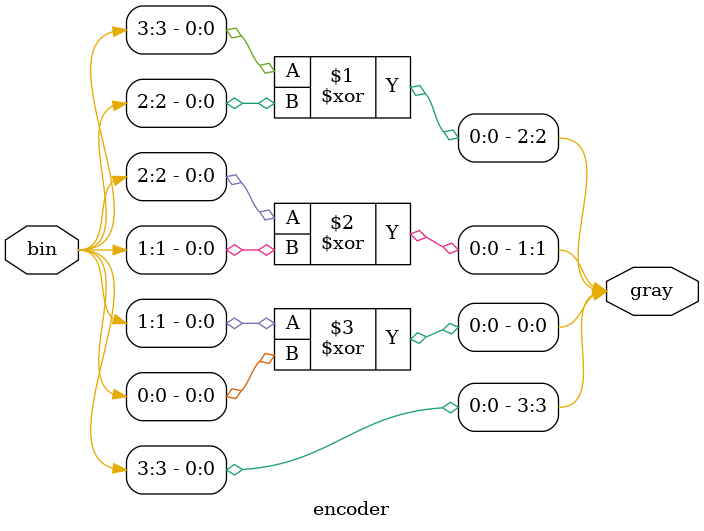
<source format=v>
`timescale 1ns / 1ps
module encoder(input [3:0] bin, output [3:0] gray);
	assign gray[3] = bin[3]; 
	assign gray[2] = bin[3] ^ bin[2]; 
	assign gray[1] = bin[2] ^ bin[1];
	assign gray[0] = bin[1] ^ bin[0]; 
endmodule

</source>
